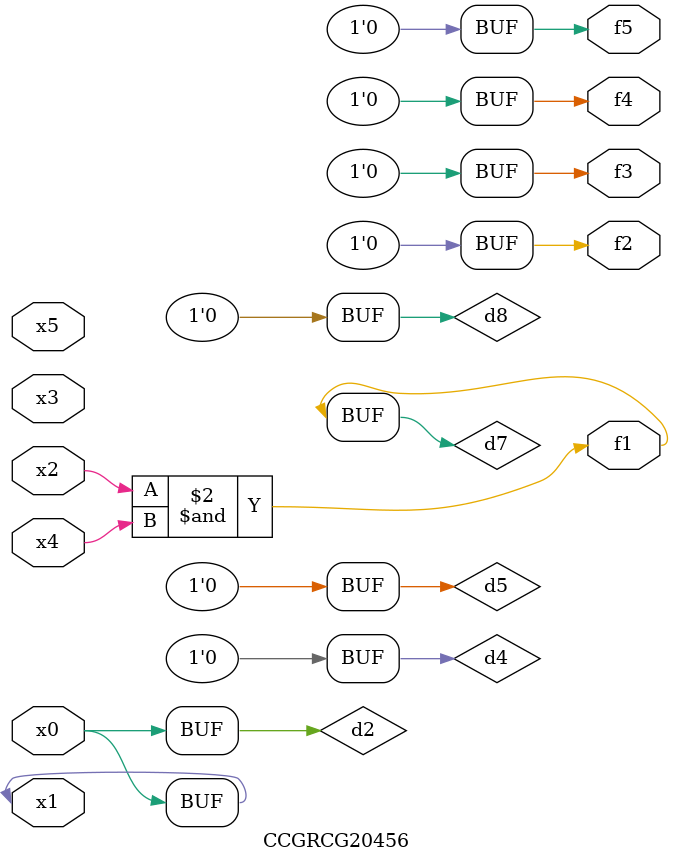
<source format=v>
module CCGRCG20456(
	input x0, x1, x2, x3, x4, x5,
	output f1, f2, f3, f4, f5
);

	wire d1, d2, d3, d4, d5, d6, d7, d8, d9;

	nand (d1, x1);
	buf (d2, x0, x1);
	nand (d3, x2, x4);
	and (d4, d1, d2);
	and (d5, d1, d2);
	nand (d6, d1, d3);
	not (d7, d3);
	xor (d8, d5);
	nor (d9, d5, d6);
	assign f1 = d7;
	assign f2 = d8;
	assign f3 = d8;
	assign f4 = d8;
	assign f5 = d8;
endmodule

</source>
